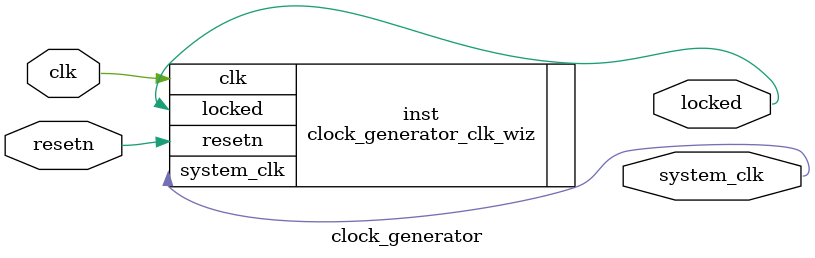
<source format=v>


`timescale 1ps/1ps

(* CORE_GENERATION_INFO = "clock_generator,clk_wiz_v6_0_11_0_0,{component_name=clock_generator,use_phase_alignment=false,use_min_o_jitter=false,use_max_i_jitter=false,use_dyn_phase_shift=false,use_inclk_switchover=false,use_dyn_reconfig=false,enable_axi=0,feedback_source=FDBK_AUTO,PRIMITIVE=MMCM,num_out_clk=1,clkin1_period=10.000,clkin2_period=10.000,use_power_down=false,use_reset=true,use_locked=true,use_inclk_stopped=false,feedback_type=SINGLE,CLOCK_MGR_TYPE=NA,manual_override=false}" *)

module clock_generator 
 (
  // Clock out ports
  output        system_clk,
  // Status and control signals
  input         resetn,
  output        locked,
 // Clock in ports
  input         clk
 );

  clock_generator_clk_wiz inst
  (
  // Clock out ports  
  .system_clk(system_clk),
  // Status and control signals               
  .resetn(resetn), 
  .locked(locked),
 // Clock in ports
  .clk(clk)
  );

endmodule

</source>
